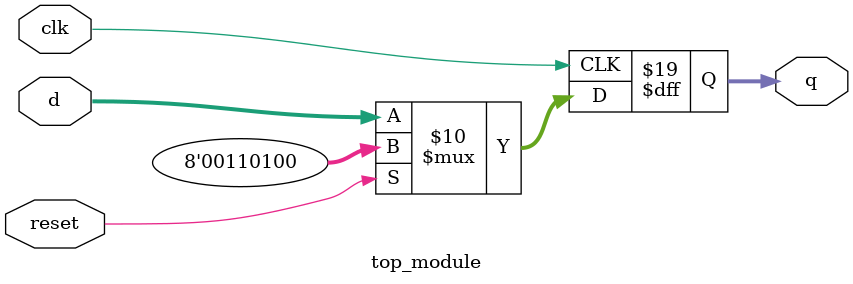
<source format=sv>
module top_module(
  input clk,
  input [7:0] d,
  input reset,
  output reg [7:0] q);

  reg [7:0] q2, q3, q4, q5, q6, q7, q8;

  always @(negedge clk) begin
    if (reset)
      q <= 'h34;
    else
      q <= d;
  end

  always @(negedge clk) begin
    q2 <= q;
  end

  always @(negedge clk) begin
    q3 <= q2;
  end

  always @(negedge clk) begin
    q4 <= q3;
  end

  always @(negedge clk) begin
    q5 <= q4;
  end

  always @(negedge clk) begin
    q6 <= q5;
  end

  always @(negedge clk) begin
    q7 <= q6;
  end

  always @(negedge clk) begin
    q8 <= q7;
  end

endmodule

</source>
